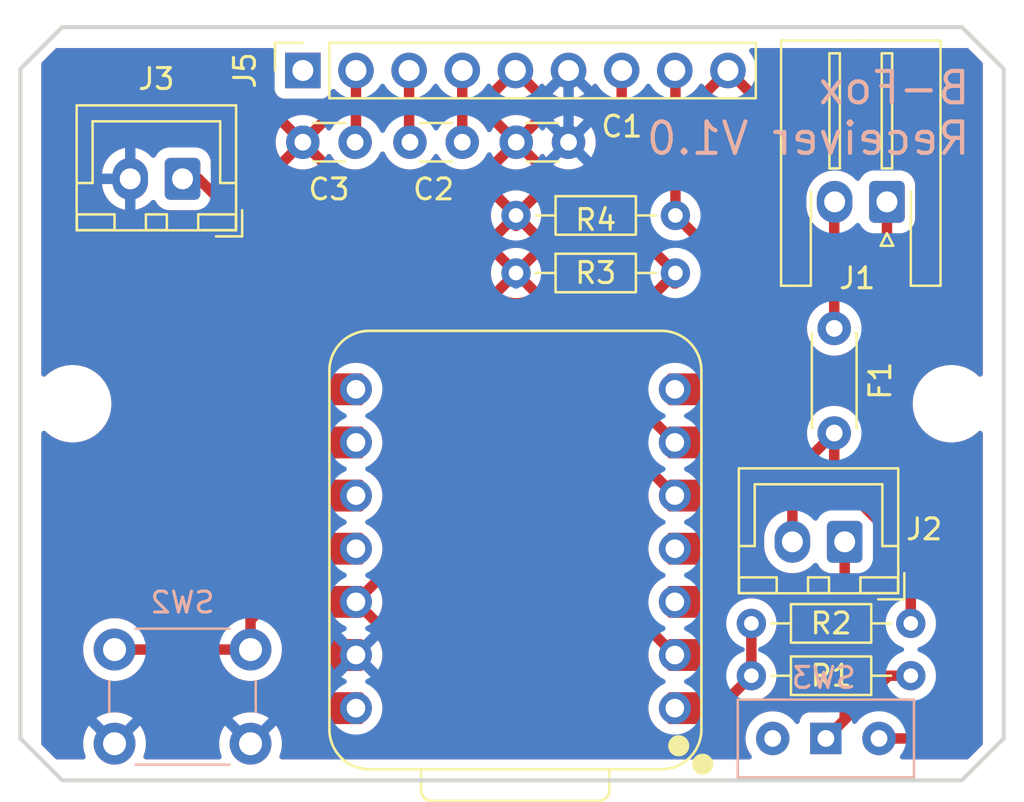
<source format=kicad_pcb>
(kicad_pcb (version 20241229) (generator "pcbnew") (generator_version "9.0")
  (layers (0 "F.Cu" signal) (2 "B.Cu" signal) (13 "F.Paste" user) (15 "B.Paste" user) (5 "F.SilkS" user "F.Silkscreen") (7 "B.SilkS" user "B.Silkscreen") (1 "F.Mask" user) (3 "B.Mask" user) (25 "Edge.Cuts" user))
  (net 0 "")
  (net 1 "Net-(J1-Pin_1)")
  (net 2 "Net-(J1-Pin_2)")
  (net 4 "Net-(J2-Pin_1)")
  (net 5 "Net-(U1-GPIO0{slash}A0{slash}D0)")
  (net 6 "Net-(J2-Pin_2)")
  (net 7 "Net-(U1-GPIO18{slash}D10{slash}MOSI)")
  (net 22 "Net-(J5-Pin_3)")
  (net 23 "Net-(J5-Pin_4)")
  (net 24 "Net-(J5-Pin_2)")
  (net 26 "Net-(J5-Pin_7)")
  (net 27 "Net-(J5-Pin_8)")
  (net 28 "VCC")
  (net 29 "GND")
  (net 30 "Net-(J3-Pin_1)")
  (footprint "MountingHole:MountingHole_3.2mm_M3" (layer "F.Cu") (at 94.5 68)
    (property "Reference" "H2" (hide yes))
    (property "Value" "MountingHole" (hide yes))
    (pad "" np_thru_hole circle (at 0 0) (size 3.2 3.2) (drill 3.2) (layers "*.Cu" "*.Mask"))
  )
  (footprint "Capacitor_THT:C_Disc_D4.3mm_W1.9mm_P5.00mm" (layer "F.Cu") (at 88.9 64.4 -90)
    (property "Reference" "F1" (at 2.5 -2.2 270) (layer "F.SilkS"))
    (property "Value" "Polyfuse_Small")
    (fp_line (start 4.77 1.07) (end 0.23 1.07) (stroke (width 0.12)) (layer "F.SilkS"))
    (fp_line (start 4.77 1.014) (end 4.77 1.07) (stroke (width 0.12)) (layer "F.SilkS"))
    (fp_line (start 0.23 -1.014) (end 0.23 -1.07) (stroke (width 0.12)) (layer "F.SilkS"))
    (fp_line (start 0.23 -1.07) (end 4.77 -1.07) (stroke (width 0.12)) (layer "F.SilkS"))
    (pad "1" thru_hole circle (at 0 0 270) (size 1.6 1.6) (drill 0.8) (layers "*.Cu" "*.Mask") (net 2 "Net-(J1-Pin_2)"))
    (pad "2" thru_hole circle (at 5 0 270) (size 1.6 1.6) (drill 0.8) (layers "*.Cu" "*.Mask") (net 6 "Net-(J2-Pin_2)"))
  )
  (footprint "Connector_PinSocket_2.54mm:PinSocket_1x09_P2.54mm_Vertical" (layer "F.Cu") (at 63.5 52.07 90)
    (property "Reference" "J5" (at 0 -2.77 90) (layer "F.SilkS"))
    (property "Value" "Conn_01x09_Pin" (hide yes))
    (fp_line (start 1.33 -1.33) (end 1.33 0) (stroke (width 0.12)) (layer "F.SilkS"))
    (fp_line (start 0 -1.33) (end 1.33 -1.33) (stroke (width 0.12)) (layer "F.SilkS"))
    (fp_line (start 1.33 1.27) (end 1.33 21.65) (stroke (width 0.12)) (layer "F.SilkS"))
    (fp_line (start -1.33 1.27) (end 1.33 1.27) (stroke (width 0.12)) (layer "F.SilkS"))
    (fp_line (start -1.33 1.27) (end -1.33 21.65) (stroke (width 0.12)) (layer "F.SilkS"))
    (fp_line (start -1.33 21.65) (end 1.33 21.65) (stroke (width 0.12)) (layer "F.SilkS"))
    (pad "1" thru_hole rect (at 0 0 90) (size 1.7 1.7) (drill 1) (layers "*.Cu" "*.Mask"))
    (pad "2" thru_hole circle (at 0 2.54 90) (size 1.7 1.7) (drill 1) (layers "*.Cu" "*.Mask") (net 24 "Net-(J5-Pin_2)"))
    (pad "3" thru_hole circle (at 0 5.08 90) (size 1.7 1.7) (drill 1) (layers "*.Cu" "*.Mask") (net 22 "Net-(J5-Pin_3)"))
    (pad "4" thru_hole circle (at 0 7.62 90) (size 1.7 1.7) (drill 1) (layers "*.Cu" "*.Mask") (net 23 "Net-(J5-Pin_4)"))
    (pad "5" thru_hole circle (at 0 10.16 90) (size 1.7 1.7) (drill 1) (layers "*.Cu" "*.Mask") (net 28 "VCC"))
    (pad "6" thru_hole circle (at 0 12.7 90) (size 1.7 1.7) (drill 1) (layers "*.Cu" "*.Mask") (net 29 "GND"))
    (pad "7" thru_hole circle (at 0 15.24 90) (size 1.7 1.7) (drill 1) (layers "*.Cu" "*.Mask") (net 26 "Net-(J5-Pin_7)"))
    (pad "8" thru_hole circle (at 0 17.78 90) (size 1.7 1.7) (drill 1) (layers "*.Cu" "*.Mask") (net 27 "Net-(J5-Pin_8)"))
    (pad "9" thru_hole circle (at 0 20.32 90) (size 1.7 1.7) (drill 1) (layers "*.Cu" "*.Mask") (net 28 "VCC"))
  )
  (footprint "Resistor_THT:R_Axial_DIN0204_L3.6mm_D1.6mm_P7.62mm_Horizontal" (layer "F.Cu") (at 84.94 81)
    (property "Reference" "R1" (at 3.81 0 0) (layer "F.SilkS"))
    (property "Value" "220k" (hide yes))
    (fp_line (start 0.94 0) (end 1.89 0) (stroke (width 0.12)) (layer "F.SilkS"))
    (fp_line (start 6.68 0) (end 5.73 0) (stroke (width 0.12)) (layer "F.SilkS"))
    (fp_rect (start 1.89 -0.92) (end 5.73 0.92) (stroke (width 0.12)) (fill no) (layer "F.SilkS"))
    (pad "1" thru_hole circle (at 0 0) (size 1.4 1.4) (drill 0.7) (layers "*.Cu" "*.Mask") (net 5 "Net-(U1-GPIO0{slash}A0{slash}D0)"))
    (pad "2" thru_hole circle (at 7.62 0) (size 1.4 1.4) (drill 0.7) (layers "*.Cu" "*.Mask") (net 4 "Net-(J2-Pin_1)"))
  )
  (footprint "Resistor_THT:R_Axial_DIN0204_L3.6mm_D1.6mm_P7.62mm_Horizontal" (layer "F.Cu") (at 73.69 59)
    (property "Reference" "R4" (at 3.81 0.215 0) (layer "F.SilkS"))
    (property "Value" "10k" (hide yes))
    (fp_line (start 0.94 0) (end 1.89 0) (stroke (width 0.12)) (layer "F.SilkS"))
    (fp_line (start 6.68 0) (end 5.73 0) (stroke (width 0.12)) (layer "F.SilkS"))
    (fp_rect (start 1.89 -0.92) (end 5.73 0.92) (stroke (width 0.12)) (fill no) (layer "F.SilkS"))
    (pad "1" thru_hole circle (at 0 0) (size 1.4 1.4) (drill 0.7) (layers "*.Cu" "*.Mask") (net 28 "VCC"))
    (pad "2" thru_hole circle (at 7.62 0) (size 1.4 1.4) (drill 0.7) (layers "*.Cu" "*.Mask") (net 27 "Net-(J5-Pin_8)"))
  )
  (footprint "Resistor_THT:R_Axial_DIN0204_L3.6mm_D1.6mm_P7.62mm_Horizontal" (layer "F.Cu") (at 73.69 61.75)
    (property "Reference" "R3" (at 3.81 0 0) (layer "F.SilkS"))
    (property "Value" "10k" (hide yes))
    (fp_line (start 0.94 0) (end 1.89 0) (stroke (width 0.12)) (layer "F.SilkS"))
    (fp_line (start 6.68 0) (end 5.73 0) (stroke (width 0.12)) (layer "F.SilkS"))
    (fp_rect (start 1.89 -0.92) (end 5.73 0.92) (stroke (width 0.12)) (fill no) (layer "F.SilkS"))
    (pad "1" thru_hole circle (at 0 0) (size 1.4 1.4) (drill 0.7) (layers "*.Cu" "*.Mask") (net 28 "VCC"))
    (pad "2" thru_hole circle (at 7.62 0) (size 1.4 1.4) (drill 0.7) (layers "*.Cu" "*.Mask") (net 26 "Net-(J5-Pin_7)"))
  )
  (footprint "Capacitor_THT:C_Disc_D3.0mm_W1.6mm_P2.50mm" (layer "F.Cu") (at 63.5 55.5)
    (property "Reference" "C3" (at 1.25 2.25 0) (layer "F.SilkS"))
    (property "Value" "1.0u" (hide yes))
    (fp_line (start 0.485 -0.92) (end 2.015 -0.92) (stroke (width 0.12)) (layer "F.SilkS"))
    (fp_line (start 2.015 0.92) (end 0.485 0.92) (stroke (width 0.12)) (layer "F.SilkS"))
    (pad "1" thru_hole circle (at 0 0) (size 1.6 1.6) (drill 0.8) (layers "*.Cu" "*.Mask") (net 28 "VCC"))
    (pad "2" thru_hole circle (at 2.5 0) (size 1.6 1.6) (drill 0.8) (layers "*.Cu" "*.Mask") (net 24 "Net-(J5-Pin_2)"))
  )
  (footprint "Resistor_THT:R_Axial_DIN0204_L3.6mm_D1.6mm_P7.62mm_Horizontal" (layer "F.Cu") (at 84.94 78.5)
    (property "Reference" "R2" (at 3.81 0 0) (layer "F.SilkS"))
    (property "Value" "220k" (hide yes))
    (fp_line (start 0.94 0) (end 1.89 0) (stroke (width 0.12)) (layer "F.SilkS"))
    (fp_line (start 6.68 0) (end 5.73 0) (stroke (width 0.12)) (layer "F.SilkS"))
    (fp_rect (start 1.89 -0.92) (end 5.73 0.92) (stroke (width 0.12)) (fill no) (layer "F.SilkS"))
    (pad "1" thru_hole circle (at 0 0) (size 1.4 1.4) (drill 0.7) (layers "*.Cu" "*.Mask") (net 5 "Net-(U1-GPIO0{slash}A0{slash}D0)"))
    (pad "2" thru_hole circle (at 7.62 0) (size 1.4 1.4) (drill 0.7) (layers "*.Cu" "*.Mask") (net 6 "Net-(J2-Pin_2)"))
  )
  (footprint "Capacitor_THT:C_Disc_D3.0mm_W1.6mm_P2.50mm" (layer "F.Cu") (at 73.7 55.5)
    (property "Reference" "C1" (at 5.05 -0.75 0) (layer "F.SilkS"))
    (property "Value" "0.1u")
    (fp_line (start 0.485 -0.92) (end 2.015 -0.92) (stroke (width 0.12)) (layer "F.SilkS"))
    (fp_line (start 2.015 0.92) (end 0.485 0.92) (stroke (width 0.12)) (layer "F.SilkS"))
    (pad "1" thru_hole circle (at 0 0) (size 1.6 1.6) (drill 0.8) (layers "*.Cu" "*.Mask") (net 28 "VCC"))
    (pad "2" thru_hole circle (at 2.5 0) (size 1.6 1.6) (drill 0.8) (layers "*.Cu" "*.Mask") (net 29 "GND"))
  )
  (footprint "Seeed Studio XIAO Series Library:XIAO-ESP32C6-DIP" (layer "F.Cu") (at 73.615 74.93 180)
    (property "Reference" "U1" (hide yes))
    (property "Value" "XIAO-ESP32-C6")
    (fp_line (start 8.845 8.509) (end 8.845 -8.636) (stroke (width 0.127)) (layer "F.SilkS"))
    (fp_line (start 6.94 -10.541) (end -7.03 -10.541) (stroke (width 0.1)) (layer "F.SilkS"))
    (fp_line (start 6.94 -10.541) (end -7.03 -10.541) (stroke (width 0.127)) (layer "F.SilkS"))
    (fp_line (start 4.459 -11.551) (end 4.459 -10.541) (stroke (width 0.127)) (layer "F.SilkS"))
    (fp_line (start -4.036272 -12.051) (end 3.959 -12.051) (stroke (width 0.127)) (layer "F.SilkS"))
    (fp_line (start -4.54 -10.541) (end -4.536272 -11.551272) (stroke (width 0.127)) (layer "F.SilkS"))
    (fp_line (start -7.03 10.414) (end 6.94 10.414) (stroke (width 0.127)) (layer "F.SilkS"))
    (fp_line (start -8.935 8.509) (end -8.935 -8.636) (stroke (width 0.127)) (layer "F.SilkS"))
    (fp_arc (start 8.845 8.509) (mid 8.287038 9.856038) (end 6.94 10.414) (stroke (width 0.127)) (layer "F.SilkS"))
    (fp_arc (start 6.94 -10.541) (mid 8.287038 -9.983038) (end 8.845 -8.636) (stroke (width 0.127)) (layer "F.SilkS"))
    (fp_arc (start 3.959 -12.051) (mid 4.312553 -11.904553) (end 4.459 -11.551) (stroke (width 0.127)) (layer "F.SilkS"))
    (fp_arc (start -4.536272 -11.551272) (mid -4.389728 -11.90464) (end -4.036272 -12.051) (stroke (width 0.127)) (layer "F.SilkS"))
    (fp_arc (start -7.03 10.414) (mid -8.377038 9.856038) (end -8.935 8.509) (stroke (width 0.127)) (layer "F.SilkS"))
    (fp_arc (start -8.935 -8.636) (mid -8.377038 -9.983038) (end -7.03 -10.541) (stroke (width 0.127)) (layer "F.SilkS"))
    (fp_circle (center -7.852 -9.42) (end -7.852 -9.674) (stroke (width 0.5)) (fill yes) (layer "F.SilkS"))
    (fp_circle (center -8.995 -10.3) (end -8.995 -10.554) (stroke (width 0.5)) (fill yes) (layer "F.SilkS"))
    (pad "1" smd roundrect (at -8.5 -7.62) (size 2.432 1.524) (layers "F.Cu" "F.Mask") (roundrect_rratio 0.1) (net 5 "Net-(U1-GPIO0{slash}A0{slash}D0)"))
    (pad "1" thru_hole circle (at -7.665 -7.62) (size 1.524 1.524) (drill 0.889) (layers "*.Cu" "*.Mask") (net 5 "Net-(U1-GPIO0{slash}A0{slash}D0)"))
    (pad "2" smd roundrect (at -8.5 -5.08) (size 2.432 1.524) (layers "F.Cu" "F.Mask") (roundrect_rratio 0.1) (net 30 "Net-(J3-Pin_1)"))
    (pad "2" thru_hole circle (at -7.665 -5.08) (size 1.524 1.524) (drill 0.889) (layers "*.Cu" "*.Mask") (net 30 "Net-(J3-Pin_1)"))
    (pad "3" smd roundrect (at -8.5 -2.54) (size 2.432 1.524) (layers "F.Cu" "F.Mask") (roundrect_rratio 0.1))
    (pad "3" thru_hole circle (at -7.665 -2.54) (size 1.524 1.524) (drill 0.889) (layers "*.Cu" "*.Mask"))
    (pad "4" smd roundrect (at -8.5 0) (size 2.432 1.524) (layers "F.Cu" "F.Mask") (roundrect_rratio 0.1))
    (pad "4" thru_hole circle (at -7.665 0) (size 1.524 1.524) (drill 0.889) (layers "*.Cu" "*.Mask"))
    (pad "5" smd roundrect (at -8.5 2.54) (size 2.432 1.524) (layers "F.Cu" "F.Mask") (roundrect_rratio 0.1) (net 26 "Net-(J5-Pin_7)"))
    (pad "5" thru_hole circle (at -7.665 2.54) (size 1.524 1.524) (drill 0.889) (layers "*.Cu" "*.Mask") (net 26 "Net-(J5-Pin_7)"))
    (pad "6" smd roundrect (at -8.5 5.08) (size 2.432 1.524) (layers "F.Cu" "F.Mask") (roundrect_rratio 0.1) (net 27 "Net-(J5-Pin_8)"))
    (pad "6" thru_hole circle (at -7.665 5.08) (size 1.524 1.524) (drill 0.889) (layers "*.Cu" "*.Mask") (net 27 "Net-(J5-Pin_8)"))
    (pad "7" smd roundrect (at -8.5 7.62) (size 2.432 1.524) (layers "F.Cu" "F.Mask") (roundrect_rratio 0.1))
    (pad "7" thru_hole circle (at -7.665 7.62) (size 1.524 1.524) (drill 0.889) (layers "*.Cu" "*.Mask"))
    (pad "8" thru_hole circle (at 7.575 7.62 180) (size 1.524 1.524) (drill 0.889) (layers "*.Cu" "*.Mask"))
    (pad "8" smd roundrect (at 8.41 7.62 180) (size 2.432 1.524) (layers "F.Cu" "F.Mask") (roundrect_rratio 0.1))
    (pad "9" thru_hole circle (at 7.575 5.08 180) (size 1.524 1.524) (drill 0.889) (layers "*.Cu" "*.Mask"))
    (pad "9" smd roundrect (at 8.41 5.08 180) (size 2.432 1.524) (layers "F.Cu" "F.Mask") (roundrect_rratio 0.1))
    (pad "10" thru_hole circle (at 7.575 2.54 180) (size 1.524 1.524) (drill 0.889) (layers "*.Cu" "*.Mask"))
    (pad "10" smd roundrect (at 8.41 2.54 180) (size 2.432 1.524) (layers "F.Cu" "F.Mask") (roundrect_rratio 0.1))
    (pad "11" thru_hole circle (at 7.575 0 180) (size 1.524 1.524) (drill 0.889) (layers "*.Cu" "*.Mask") (net 7 "Net-(U1-GPIO18{slash}D10{slash}MOSI)"))
    (pad "11" smd roundrect (at 8.41 0 180) (size 2.432 1.524) (layers "F.Cu" "F.Mask") (roundrect_rratio 0.1) (net 7 "Net-(U1-GPIO18{slash}D10{slash}MOSI)"))
    (pad "12" thru_hole circle (at 7.575 -2.54 180) (size 1.524 1.524) (drill 0.889) (layers "*.Cu" "*.Mask") (net 28 "VCC"))
    (pad "12" smd roundrect (at 8.41 -2.54 180) (size 2.432 1.524) (layers "F.Cu" "F.Mask") (roundrect_rratio 0.1) (net 28 "VCC"))
    (pad "13" thru_hole circle (at 7.575 -5.08 180) (size 1.524 1.524) (drill 0.889) (layers "*.Cu" "*.Mask") (net 29 "GND"))
    (pad "13" smd roundrect (at 8.41 -5.08 180) (size 2.432 1.524) (layers "F.Cu" "F.Mask") (roundrect_rratio 0.1) (net 29 "GND"))
    (pad "14" thru_hole circle (at 7.575 -7.62 180) (size 1.524 1.524) (drill 0.889) (layers "*.Cu" "*.Mask"))
    (pad "14" smd roundrect (at 8.41 -7.62 180) (size 2.432 1.524) (layers "F.Cu" "F.Mask") (roundrect_rratio 0.1))
  )
  (footprint "Connector_JST:JST_XH_B2B-XH-A_1x02_P2.50mm_Vertical" (layer "F.Cu") (at 57.75 57.25 180)
    (property "Reference" "J3" (at 1.25 4.775 0) (layer "F.SilkS"))
    (property "Value" "Conn_01x02" (hide yes))
    (fp_line (start 5.06 3.51) (end 5.06 -2.46) (stroke (width 0.12)) (layer "F.SilkS"))
    (fp_line (start 5.06 -2.46) (end -2.56 -2.46) (stroke (width 0.12)) (layer "F.SilkS"))
    (fp_line (start 5.05 -0.2) (end 4.3 -0.2) (stroke (width 0.12)) (layer "F.SilkS"))
    (fp_line (start 5.05 -1.7) (end 5.05 -2.45) (stroke (width 0.12)) (layer "F.SilkS"))
    (fp_line (start 5.05 -2.45) (end 3.25 -2.45) (stroke (width 0.12)) (layer "F.SilkS"))
    (fp_line (start 4.3 2.75) (end 1.25 2.75) (stroke (width 0.12)) (layer "F.SilkS"))
    (fp_line (start 4.3 -0.2) (end 4.3 2.75) (stroke (width 0.12)) (layer "F.SilkS"))
    (fp_line (start 3.25 -1.7) (end 5.05 -1.7) (stroke (width 0.12)) (layer "F.SilkS"))
    (fp_line (start 3.25 -2.45) (end 3.25 -1.7) (stroke (width 0.12)) (layer "F.SilkS"))
    (fp_line (start 1.75 -1.7) (end 1.75 -2.45) (stroke (width 0.12)) (layer "F.SilkS"))
    (fp_line (start 1.75 -2.45) (end 0.75 -2.45) (stroke (width 0.12)) (layer "F.SilkS"))
    (fp_line (start 0.75 -1.7) (end 1.75 -1.7) (stroke (width 0.12)) (layer "F.SilkS"))
    (fp_line (start 0.75 -2.45) (end 0.75 -1.7) (stroke (width 0.12)) (layer "F.SilkS"))
    (fp_line (start -0.75 -1.7) (end -0.75 -2.45) (stroke (width 0.12)) (layer "F.SilkS"))
    (fp_line (start -0.75 -2.45) (end -2.55 -2.45) (stroke (width 0.12)) (layer "F.SilkS"))
    (fp_line (start -1.6 -2.75) (end -2.85 -2.75) (stroke (width 0.12)) (layer "F.SilkS"))
    (fp_line (start -1.8 2.75) (end 1.25 2.75) (stroke (width 0.12)) (layer "F.SilkS"))
    (fp_line (start -1.8 -0.2) (end -1.8 2.75) (stroke (width 0.12)) (layer "F.SilkS"))
    (fp_line (start -2.55 -0.2) (end -1.8 -0.2) (stroke (width 0.12)) (layer "F.SilkS"))
    (fp_line (start -2.55 -1.7) (end -0.75 -1.7) (stroke (width 0.12)) (layer "F.SilkS"))
    (fp_line (start -2.55 -2.45) (end -2.55 -1.7) (stroke (width 0.12)) (layer "F.SilkS"))
    (fp_line (start -2.56 3.51) (end 5.06 3.51) (stroke (width 0.12)) (layer "F.SilkS"))
    (fp_line (start -2.56 -2.46) (end -2.56 3.51) (stroke (width 0.12)) (layer "F.SilkS"))
    (fp_line (start -2.85 -2.75) (end -2.85 -1.5) (stroke (width 0.12)) (layer "F.SilkS"))
    (pad "1" thru_hole roundrect (at 0 0 180) (size 1.7 2) (drill 1) (layers "*.Cu" "*.Mask") (roundrect_rratio 0.147059) (net 30 "Net-(J3-Pin_1)"))
    (pad "2" thru_hole oval (at 2.5 0 180) (size 1.7 2) (drill 1) (layers "*.Cu" "*.Mask") (net 29 "GND"))
  )
  (footprint "Connector_JST:JST_XH_S2B-XH-A-1_1x02_P2.50mm_Horizontal" (layer "F.Cu") (at 91.42 58.35 180)
    (property "Reference" "J1" (at 1.42 -3.65 0) (layer "F.SilkS"))
    (property "Value" "Conn_01x02")
    (fp_line (start 5.06 7.71) (end 5.06 -4.01) (stroke (width 0.12)) (layer "F.SilkS"))
    (fp_line (start 5.06 -4.01) (end 3.64 -4.01) (stroke (width 0.12)) (layer "F.SilkS"))
    (fp_line (start 3.64 -4.01) (end 3.64 0.49) (stroke (width 0.12)) (layer "F.SilkS"))
    (fp_line (start 2.75 7.1) (end 2.75 1.6) (stroke (width 0.12)) (layer "F.SilkS"))
    (fp_line (start 2.75 1.6) (end 2.25 1.6) (stroke (width 0.12)) (layer "F.SilkS"))
    (fp_line (start 2.25 7.1) (end 2.75 7.1) (stroke (width 0.12)) (layer "F.SilkS"))
    (fp_line (start 2.25 1.6) (end 2.25 7.1) (stroke (width 0.12)) (layer "F.SilkS"))
    (fp_line (start 1.25 7.71) (end 5.06 7.71) (stroke (width 0.12)) (layer "F.SilkS"))
    (fp_line (start 1.25 7.71) (end -2.56 7.71) (stroke (width 0.12)) (layer "F.SilkS"))
    (fp_line (start 0.3 -2.1) (end 0 -1.5) (stroke (width 0.12)) (layer "F.SilkS"))
    (fp_line (start 0.25 7.1) (end 0.25 1.6) (stroke (width 0.12)) (layer "F.SilkS"))
    (fp_line (start 0.25 1.6) (end -0.25 1.6) (stroke (width 0.12)) (layer "F.SilkS"))
    (fp_line (start 0 -1.5) (end -0.3 -2.1) (stroke (width 0.12)) (layer "F.SilkS"))
    (fp_line (start -0.25 7.1) (end 0.25 7.1) (stroke (width 0.12)) (layer "F.SilkS"))
    (fp_line (start -0.25 1.6) (end -0.25 7.1) (stroke (width 0.12)) (layer "F.SilkS"))
    (fp_line (start -0.3 -2.1) (end 0.3 -2.1) (stroke (width 0.12)) (layer "F.SilkS"))
    (fp_line (start -1.14 -4.01) (end -1.14 0.49) (stroke (width 0.12)) (layer "F.SilkS"))
    (fp_line (start -2.56 7.71) (end -2.56 -4.01) (stroke (width 0.12)) (layer "F.SilkS"))
    (fp_line (start -2.56 -4.01) (end -1.14 -4.01) (stroke (width 0.12)) (layer "F.SilkS"))
    (pad "1" thru_hole roundrect (at 0 0 180) (size 1.7 2) (drill 1) (layers "*.Cu" "*.Mask") (roundrect_rratio 0.147059) (net 1 "Net-(J1-Pin_1)"))
    (pad "2" thru_hole oval (at 2.5 0 180) (size 1.7 2) (drill 1) (layers "*.Cu" "*.Mask") (net 2 "Net-(J1-Pin_2)"))
  )
  (footprint "Capacitor_THT:C_Disc_D3.0mm_W1.6mm_P2.50mm" (layer "F.Cu") (at 68.62 55.5)
    (property "Reference" "C2" (at 1.13 2.25 0) (layer "F.SilkS"))
    (property "Value" "1.0u" (hide yes))
    (fp_line (start 0.485 -0.92) (end 2.015 -0.92) (stroke (width 0.12)) (layer "F.SilkS"))
    (fp_line (start 2.015 0.92) (end 0.485 0.92) (stroke (width 0.12)) (layer "F.SilkS"))
    (pad "1" thru_hole circle (at 0 0) (size 1.6 1.6) (drill 0.8) (layers "*.Cu" "*.Mask") (net 22 "Net-(J5-Pin_3)"))
    (pad "2" thru_hole circle (at 2.5 0) (size 1.6 1.6) (drill 0.8) (layers "*.Cu" "*.Mask") (net 23 "Net-(J5-Pin_4)"))
  )
  (footprint "MountingHole:MountingHole_3.2mm_M3" (layer "F.Cu") (at 52.5 68)
    (property "Reference" "H1" (hide yes))
    (property "Value" "MountingHole" (hide yes))
    (pad "" np_thru_hole circle (at 0 0) (size 3.2 3.2) (drill 3.2) (layers "*.Cu" "*.Mask"))
  )
  (footprint "Connector_JST:JST_XH_B2B-XH-A_1x02_P2.50mm_Vertical" (layer "F.Cu") (at 89.4 74.6 180)
    (property "Reference" "J2" (at -3.8 0.6 0) (layer "F.SilkS"))
    (property "Value" "Conn_01x02")
    (fp_line (start 5.06 3.51) (end 5.06 -2.46) (stroke (width 0.12)) (layer "F.SilkS"))
    (fp_line (start 5.06 -2.46) (end -2.56 -2.46) (stroke (width 0.12)) (layer "F.SilkS"))
    (fp_line (start 5.05 -0.2) (end 4.3 -0.2) (stroke (width 0.12)) (layer "F.SilkS"))
    (fp_line (start 5.05 -1.7) (end 5.05 -2.45) (stroke (width 0.12)) (layer "F.SilkS"))
    (fp_line (start 5.05 -2.45) (end 3.25 -2.45) (stroke (width 0.12)) (layer "F.SilkS"))
    (fp_line (start 4.3 2.75) (end 1.25 2.75) (stroke (width 0.12)) (layer "F.SilkS"))
    (fp_line (start 4.3 -0.2) (end 4.3 2.75) (stroke (width 0.12)) (layer "F.SilkS"))
    (fp_line (start 3.25 -1.7) (end 5.05 -1.7) (stroke (width 0.12)) (layer "F.SilkS"))
    (fp_line (start 3.25 -2.45) (end 3.25 -1.7) (stroke (width 0.12)) (layer "F.SilkS"))
    (fp_line (start 1.75 -1.7) (end 1.75 -2.45) (stroke (width 0.12)) (layer "F.SilkS"))
    (fp_line (start 1.75 -2.45) (end 0.75 -2.45) (stroke (width 0.12)) (layer "F.SilkS"))
    (fp_line (start 0.75 -1.7) (end 1.75 -1.7) (stroke (width 0.12)) (layer "F.SilkS"))
    (fp_line (start 0.75 -2.45) (end 0.75 -1.7) (stroke (width 0.12)) (layer "F.SilkS"))
    (fp_line (start -0.75 -1.7) (end -0.75 -2.45) (stroke (width 0.12)) (layer "F.SilkS"))
    (fp_line (start -0.75 -2.45) (end -2.55 -2.45) (stroke (width 0.12)) (layer "F.SilkS"))
    (fp_line (start -1.6 -2.75) (end -2.85 -2.75) (stroke (width 0.12)) (layer "F.SilkS"))
    (fp_line (start -1.8 2.75) (end 1.25 2.75) (stroke (width 0.12)) (layer "F.SilkS"))
    (fp_line (start -1.8 -0.2) (end -1.8 2.75) (stroke (width 0.12)) (layer "F.SilkS"))
    (fp_line (start -2.55 -0.2) (end -1.8 -0.2) (stroke (width 0.12)) (layer "F.SilkS"))
    (fp_line (start -2.55 -1.7) (end -0.75 -1.7) (stroke (width 0.12)) (layer "F.SilkS"))
    (fp_line (start -2.55 -2.45) (end -2.55 -1.7) (stroke (width 0.12)) (layer "F.SilkS"))
    (fp_line (start -2.56 3.51) (end 5.06 3.51) (stroke (width 0.12)) (layer "F.SilkS"))
    (fp_line (start -2.56 -2.46) (end -2.56 3.51) (stroke (width 0.12)) (layer "F.SilkS"))
    (fp_line (start -2.85 -2.75) (end -2.85 -1.5) (stroke (width 0.12)) (layer "F.SilkS"))
    (pad "1" thru_hole roundrect (at 0 0 180) (size 1.7 2) (drill 1) (layers "*.Cu" "*.Mask") (roundrect_rratio 0.147059) (net 4 "Net-(J2-Pin_1)"))
    (pad "2" thru_hole oval (at 2.5 0 180) (size 1.7 2) (drill 1) (layers "*.Cu" "*.Mask") (net 6 "Net-(J2-Pin_2)"))
  )
  (footprint "Button_Switch_THT:SW_Slide-03_AKIZUKI-SS-12D00G3 8.5x3.7x3.5_P2.54mm" (layer "B.Cu") (at 88.5 84)
    (property "Reference" "SW3" (at -0.1 -2.9 0) (layer "B.SilkS") (effects (justify mirror)))
    (property "Value" "SW_SPDT_312" (hide yes))
    (fp_rect (start -4.21 1.86) (end 4.21 -1.86) (stroke (width 0.12)) (fill no) (layer "B.SilkS"))
    (pad "1" thru_hole rect (at 0 0) (size 1.5 1.5) (drill 0.8) (layers "*.Cu" "*.Mask") (net 4 "Net-(J2-Pin_1)"))
    (pad "2" thru_hole circle (at -2.54 0) (size 1.6 1.6) (drill 0.8) (layers "*.Cu" "*.Mask"))
    (pad "3" thru_hole circle (at 2.54 0) (size 1.6 1.6) (drill 0.8) (layers "*.Cu" "*.Mask") (net 1 "Net-(J1-Pin_1)"))
  )
  (footprint "Button_Switch_THT:SW_PUSH_6mm_H5mm" (layer "B.Cu") (at 54.5 84.25)
    (property "Reference" "SW2" (at 3.25 -6.75 0) (layer "B.SilkS") (effects (justify mirror)))
    (property "Value" "SW_Push" (hide yes))
    (fp_line (start -0.25 -1.5) (end -0.25 -3) (stroke (width 0.12)) (layer "B.SilkS"))
    (fp_line (start 1 -5.5) (end 5.5 -5.5) (stroke (width 0.12)) (layer "B.SilkS"))
    (fp_line (start 5.5 1) (end 1 1) (stroke (width 0.12)) (layer "B.SilkS"))
    (fp_line (start 6.75 -3) (end 6.75 -1.5) (stroke (width 0.12)) (layer "B.SilkS"))
    (pad "1" thru_hole circle (at 0 0 270) (size 2 2) (drill 1.1) (layers "*.Cu" "*.Mask") (net 29 "GND"))
    (pad "1" thru_hole circle (at 6.5 0 270) (size 2 2) (drill 1.1) (layers "*.Cu" "*.Mask") (net 29 "GND"))
    (pad "2" thru_hole circle (at 0 -4.5 270) (size 2 2) (drill 1.1) (layers "*.Cu" "*.Mask") (net 7 "Net-(U1-GPIO18{slash}D10{slash}MOSI)"))
    (pad "2" thru_hole circle (at 6.5 -4.5 270) (size 2 2) (drill 1.1) (layers "*.Cu" "*.Mask") (net 7 "Net-(U1-GPIO18{slash}D10{slash}MOSI)"))
  )
  (gr_line (start 95 50) (end 52 50) (stroke (width 0.2)) (layer "Edge.Cuts"))
  (gr_line (start 52 86) (end 95 86) (stroke (width 0.2)) (layer "Edge.Cuts"))
  (gr_line (start 52 50) (end 50 52) (stroke (width 0.2)) (layer "Edge.Cuts"))
  (gr_line (start 95 86) (end 97 84) (stroke (width 0.2)) (layer "Edge.Cuts"))
  (gr_line (start 50 84) (end 52 86) (stroke (width 0.2)) (layer "Edge.Cuts"))
  (gr_line (start 50 52) (end 50 84) (stroke (width 0.2)) (layer "Edge.Cuts"))
  (gr_line (start 97 84) (end 97 52) (stroke (width 0.2)) (layer "Edge.Cuts"))
  (gr_line (start 97 52) (end 95 50) (stroke (width 0.2)) (layer "Edge.Cuts"))
  (gr_text "B-Fox\nReceiver V1.0" (at 95.5 56.2 0) (layer "B.SilkS") (effects (font (size 1.5 1.5) (thickness 0.2)) (justify left bottom mirror)))
  (segment (start 91.42 58.35) (end 91.42 59.98) (width 0.5) (layer "F.Cu") (net 1))
  (segment (start 91.42 59.98) (end 90.8 60.6) (width 0.5) (layer "F.Cu") (net 1))
  (segment (start 91.04 84) (end 93.25 84) (width 0.5) (layer "F.Cu") (net 1))
  (segment (start 93.25 84) (end 94.75 82.5) (width 0.5) (layer "F.Cu") (net 1))
  (segment (start 90.8 71.2) (end 94.75 75.15) (width 0.5) (layer "F.Cu") (net 1))
  (segment (start 94.75 75.15) (end 94.75 82.5) (width 0.5) (layer "F.Cu") (net 1))
  (segment (start 90.8 60.6) (end 90.8 71.2) (width 0.5) (layer "F.Cu") (net 1))
  (segment (start 88.9 64.4) (end 88.9 58.37) (width 0.5) (layer "F.Cu") (net 2))
  (segment (start 88.9 58.37) (end 88.92 58.35) (width 0.5) (layer "F.Cu") (net 2))
  (segment (start 88.92 64.38) (end 88.9 64.4) (width 0.5) (layer "B.Cu") (net 2))
  (segment (start 89.4 83.1) (end 88.5 84) (width 0.5) (layer "F.Cu") (net 4))
  (segment (start 89.4 74.6) (end 89.4 83.1) (width 0.5) (layer "F.Cu") (net 4))
  (segment (start 91.5 81) (end 88.5 84) (width 0.5) (layer "F.Cu") (net 4))
  (segment (start 92.56 81) (end 91.5 81) (width 0.5) (layer "F.Cu") (net 4))
  (segment (start 84.94 81) (end 83.39 82.55) (width 0.5) (layer "F.Cu") (net 5))
  (segment (start 83.39 82.55) (end 81.28 82.55) (width 0.5) (layer "F.Cu") (net 5))
  (segment (start 84.94 78.5) (end 84.94 81) (width 0.5) (layer "F.Cu") (net 5))
  (segment (start 86.9 71.4) (end 88.9 69.4) (width 0.5) (layer "F.Cu") (net 6))
  (segment (start 88.9 69.4) (end 88.9 71.5) (width 0.5) (layer "F.Cu") (net 6))
  (segment (start 86.9 74.6) (end 86.9 71.4) (width 0.5) (layer "F.Cu") (net 6))
  (segment (start 88.9 71.5) (end 92.6 75.2) (width 0.5) (layer "F.Cu") (net 6))
  (segment (start 92.6 75.2) (end 92.56 75.24) (width 0.5) (layer "F.Cu") (net 6))
  (segment (start 92.56 75.24) (end 92.56 78.5) (width 0.5) (layer "F.Cu") (net 6))
  (segment (start 61 78.335787) (end 64.405787 74.93) (width 0.5) (layer "F.Cu") (net 7))
  (segment (start 61 79.75) (end 61 78.335787) (width 0.5) (layer "F.Cu") (net 7))
  (segment (start 64.405787 74.93) (end 66.04 74.93) (width 0.5) (layer "F.Cu") (net 7))
  (segment (start 54.5 79.75) (end 61 79.75) (width 0.5) (layer "F.Cu") (net 7))
  (segment (start 68.58 55.46) (end 68.62 55.5) (width 0.5) (layer "F.Cu") (net 22))
  (segment (start 68.58 52.07) (end 68.58 55.46) (width 0.5) (layer "F.Cu") (net 22))
  (segment (start 68.58 55.205) (end 68.62 55.245) (width 0.5) (layer "F.Cu") (net 22))
  (segment (start 71.12 52.07) (end 71.12 55.5) (width 0.5) (layer "F.Cu") (net 23))
  (segment (start 66.04 52.21) (end 66 52.25) (width 0.5) (layer "F.Cu") (net 24))
  (segment (start 66.04 52.07) (end 66.04 52.21) (width 0.5) (layer "F.Cu") (net 24))
  (segment (start 66.04 52.07) (end 66.04 55.46) (width 0.5) (layer "F.Cu") (net 24))
  (segment (start 66.04 55.46) (end 66 55.5) (width 0.5) (layer "F.Cu") (net 24))
  (segment (start 78.74 52.07) (end 78.74 59.18) (width 0.5) (layer "F.Cu") (net 26))
  (segment (start 78.25 64.81) (end 81.31 61.75) (width 0.5) (layer "F.Cu") (net 26))
  (segment (start 81.31 62.25) (end 81.25 62.25) (width 0.5) (layer "F.Cu") (net 26))
  (segment (start 81.31 61.75) (end 78.74 59.18) (width 0.5) (layer "F.Cu") (net 26))
  (segment (start 81.28 72.39) (end 78.25 69.36) (width 0.5) (layer "F.Cu") (net 26))
  (segment (start 78.25 69.36) (end 78.25 64.81) (width 0.5) (layer "F.Cu") (net 26))
  (segment (start 81.31 59) (end 83 60.69) (width 0.5) (layer "F.Cu") (net 27))
  (segment (start 81.31 59) (end 81.31 52.1) (width 0.5) (layer "F.Cu") (net 27))
  (segment (start 79.75 68.32) (end 81.28 69.85) (width 0.5) (layer "F.Cu") (net 27))
  (segment (start 79.75 68.32) (end 79.75 66) (width 0.5) (layer "F.Cu") (net 27))
  (segment (start 79.75 66) (end 83 62.75) (width 0.5) (layer "F.Cu") (net 27))
  (segment (start 81.31 52.1) (end 81.28 52.07) (width 0.5) (layer "F.Cu") (net 27))
  (segment (start 83 62.75) (end 83 60.69) (width 0.5) (layer "F.Cu") (net 27))
  (segment (start 73.7 59.49) (end 73.69 59.5) (width 0.5) (layer "F.Cu") (net 28))
  (segment (start 73.66 55.46) (end 73.7 55.5) (width 0.5) (layer "F.Cu") (net 28))
  (segment (start 73.69 62.2) (end 73.69 62.25) (width 0.5) (layer "B.Cu") (net 28))
  (segment (start 74.14 61.75) (end 73.69 61.75) (width 0.5) (layer "B.Cu") (net 28))
  (segment (start 76.2 52.07) (end 76.2 55.5) (width 0.5) (layer "B.Cu") (net 29))
  (segment (start 81.28 80.01) (end 58.52 57.25) (width 0.5) (layer "F.Cu") (net 30))
  (segment (start 58.52 57.25) (end 57.75 57.25) (width 0.5) (layer "F.Cu") (net 30))
  (zone (net 28) (net_name "VCC") (layer "F.Cu") (connect_pads (clearance 0.5)) (min_thickness 0.25) (fill yes (thermal_gap 0.5) (thermal_bridge_width 0.5))
    (polygon (pts (xy 51 51) (xy 96 51) (xy 96 85) (xy 51 85)))
  )
  (zone (net 29) (net_name "GND") (layer "B.Cu") (priority 1) (connect_pads (clearance 0.5)) (min_thickness 0.25) (fill yes (thermal_gap 0.5) (thermal_bridge_width 0.5))
    (polygon (pts (xy 51 51) (xy 96 51) (xy 96 85) (xy 51 85)))
  )
)
</source>
